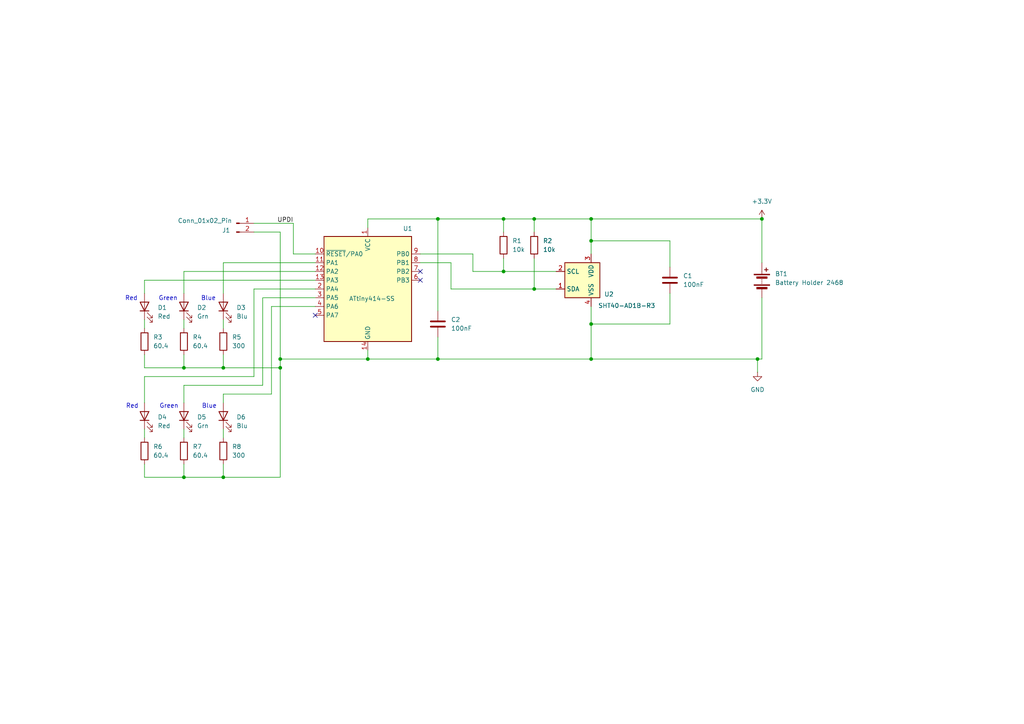
<source format=kicad_sch>
(kicad_sch (version 20231120) (generator "eeschema") (generator_version "8.0")
  (paper "A4")
  (title_block (title "Temp and Humidity Sensor") (date "2024-03-03") (rev "1"))
  (lib_symbols
    (symbol "Connector:Conn_01x02_Pin" (pin_names (offset 1.016) hide)
      (property "Reference" "J" (at 0 2.54 0))
      (property "Value" "Conn_01x02_Pin" (at 0 -5.08 0))
      (symbol "Conn_01x02_Pin_1_1"
        (polyline (pts (xy 1.27 -2.54) (xy 0.8636 -2.54)) (stroke (width 0.1524)))
        (polyline (pts (xy 1.27 0) (xy 0.8636 0)) (stroke (width 0.1524)))
        (rectangle (start 0.8636 -2.413) (end 0 -2.667) (stroke (width 0.1524)) (fill (type outline)))
        (rectangle (start 0.8636 0.127) (end 0 -0.127) (stroke (width 0.1524)) (fill (type outline)))
        (pin passive line (at 5.08 0 180) (length 3.81) (name "Pin_1") (number "1"))
        (pin passive line (at 5.08 -2.54 180) (length 3.81) (name "Pin_2") (number "2"))
      )
    )
    (symbol "Device:Battery" (pin_numbers hide) (pin_names (offset 0) hide)
      (property "Reference" "BT" (at 2.54 2.54 0))
      (property "Value" "Battery" (at 2.54 0 0))
      (symbol "Battery_0_1"
        (rectangle (start -2.286 -1.27) (end 2.286 -1.524) (fill (type outline)))
        (rectangle (start -2.286 1.778) (end 2.286 1.524) (fill (type outline)))
        (rectangle (start -1.524 -2.032) (end 1.524 -2.54) (fill (type outline)))
        (rectangle (start -1.524 1.016) (end 1.524 0.508) (fill (type outline)))
        (polyline (pts (xy 0 -1.016) (xy 0 -0.762)))
        (polyline (pts (xy 0 -0.508) (xy 0 -0.254)))
        (polyline (pts (xy 0 0) (xy 0 0.254)))
        (polyline (pts (xy 0 1.778) (xy 0 2.54)))
        (polyline (pts (xy 0.762 3.048) (xy 1.778 3.048)) (stroke (width 0.254)))
        (polyline (pts (xy 1.27 3.556) (xy 1.27 2.54)) (stroke (width 0.254)))
      )
      (symbol "Battery_1_1"
        (pin passive line (at 0 5.08 270) (length 2.54) (name "+") (number "1"))
        (pin passive line (at 0 -5.08 90) (length 2.54) (name "-") (number "2"))
      )
    )
    (symbol "Device:C" (pin_numbers hide) (pin_names (offset 0.254))
      (property "Reference" "C" (at 0.635 2.54 0))
      (property "Value" "C" (at 0.635 -2.54 0))
      (symbol "C_0_1"
        (polyline (pts (xy -2.032 -0.762) (xy 2.032 -0.762)) (stroke (width 0.508)))
        (polyline (pts (xy -2.032 0.762) (xy 2.032 0.762)) (stroke (width 0.508)))
      )
      (symbol "C_1_1"
        (pin passive line (at 0 3.81 270) (length 2.794) (name "~") (number "1"))
        (pin passive line (at 0 -3.81 90) (length 2.794) (name "~") (number "2"))
      )
    )
    (symbol "Device:LED" (pin_numbers hide) (pin_names (offset 1.016) hide)
      (property "Reference" "D" (at 0 2.54 0))
      (property "Value" "LED" (at 0 -2.54 0))
      (symbol "LED_0_1"
        (polyline (pts (xy -1.27 -1.27) (xy -1.27 1.27)) (stroke (width 0.254)))
        (polyline (pts (xy -1.27 0) (xy 1.27 0)))
        (polyline (pts (xy 1.27 -1.27) (xy 1.27 1.27) (xy -1.27 0) (xy 1.27 -1.27)) (stroke (width 0.254)))
        (polyline (pts (xy -3.048 -0.762) (xy -4.572 -2.286) (xy -3.81 -2.286) (xy -4.572 -2.286) (xy -4.572 -1.524)))
        (polyline (pts (xy -1.778 -0.762) (xy -3.302 -2.286) (xy -2.54 -2.286) (xy -3.302 -2.286) (xy -3.302 -1.524)))
      )
      (symbol "LED_1_1"
        (pin passive line (at -3.81 0 0) (length 2.54) (name "K") (number "1"))
        (pin passive line (at 3.81 0 180) (length 2.54) (name "A") (number "2"))
      )
    )
    (symbol "Device:R" (pin_numbers hide) (pin_names (offset 0))
      (property "Reference" "R" (at 2.032 0 90))
      (property "Value" "R" (at 0 0 90))
      (symbol "R_0_1"
        (rectangle (start -1.016 -2.54) (end 1.016 2.54) (stroke (width 0.254)))
      )
      (symbol "R_1_1"
        (pin passive line (at 0 3.81 270) (length 1.27) (name "~") (number "1"))
        (pin passive line (at 0 -3.81 90) (length 1.27) (name "~") (number "2"))
      )
    )
    (symbol "MCU_Microchip_ATtiny:ATtiny414-SS"
      (property "Reference" "U" (at -12.7 16.51 0))
      (property "Value" "ATtiny414-SS" (at 2.54 -16.51 0))
      (symbol "ATtiny414-SS_0_1"
        (rectangle (start -12.7 -15.24) (end 12.7 15.24) (stroke (width 0.254)) (fill (type background)))
      )
      (symbol "ATtiny414-SS_1_1"
        (pin power_in line (at 0 17.78 270) (length 2.54) (name "VCC") (number "1"))
        (pin bidirectional line (at 15.24 10.16 180) (length 2.54) (name "~{RESET}/PA0") (number "10"))
        (pin bidirectional line (at 15.24 7.62 180) (length 2.54) (name "PA1") (number "11"))
        (pin bidirectional line (at 15.24 5.08 180) (length 2.54) (name "PA2") (number "12"))
        (pin bidirectional line (at 15.24 2.54 180) (length 2.54) (name "PA3") (number "13"))
        (pin power_in line (at 0 -17.78 90) (length 2.54) (name "GND") (number "14"))
        (pin bidirectional line (at 15.24 0 180) (length 2.54) (name "PA4") (number "2"))
        (pin bidirectional line (at 15.24 -2.54 180) (length 2.54) (name "PA5") (number "3"))
        (pin bidirectional line (at 15.24 -5.08 180) (length 2.54) (name "PA6") (number "4"))
        (pin bidirectional line (at 15.24 -7.62 180) (length 2.54) (name "PA7") (number "5"))
        (pin bidirectional line (at -15.24 2.54 0) (length 2.54) (name "PB3") (number "6"))
        (pin bidirectional line (at -15.24 5.08 0) (length 2.54) (name "PB2") (number "7"))
        (pin bidirectional line (at -15.24 7.62 0) (length 2.54) (name "PB1") (number "8"))
        (pin bidirectional line (at -15.24 10.16 0) (length 2.54) (name "PB0") (number "9"))
      )
    )
    (symbol "Sensor_Humidity:SHT4x"
      (property "Reference" "U" (at 0 8.89 0))
      (property "Value" "SHT4x" (at 0 6.35 0))
      (symbol "SHT4x_1_1"
        (rectangle (start -5.08 5.08) (end 5.08 -5.08) (stroke (width 0.254)) (fill (type background)))
        (pin bidirectional line (at -7.62 -2.54 0) (length 2.54) (name "SDA") (number "1"))
        (pin input line (at -7.62 2.54 0) (length 2.54) (name "SCL") (number "2"))
        (pin power_in line (at 2.54 7.62 270) (length 2.54) (name "VDD") (number "3"))
        (pin power_in line (at 2.54 -7.62 90) (length 2.54) (name "VSS") (number "4"))
      )
    )
    (symbol "power:+3.3V" (power) (pin_numbers hide) (pin_names (offset 0) hide)
      (property "Value" "+3.3V" (at 0 3.556 0))
      (symbol "+3.3V_0_1"
        (polyline (pts (xy -0.762 1.27) (xy 0 2.54)))
        (polyline (pts (xy 0 0) (xy 0 2.54)))
        (polyline (pts (xy 0 2.54) (xy 0.762 1.27)))
      )
      (symbol "+3.3V_1_1"
        (pin power_in line (at 0 0 90) (length 0) (name "~") (number "1"))
      )
    )
    (symbol "power:GND" (power) (pin_numbers hide) (pin_names (offset 0) hide)
      (property "Value" "GND" (at 0 -3.81 0))
      (symbol "GND_0_1"
        (polyline (pts (xy 0 0) (xy 0 -1.27) (xy 1.27 -1.27) (xy 0 -2.54) (xy -1.27 -1.27) (xy 0 -1.27)))
      )
      (symbol "GND_1_1"
        (pin power_in line (at 0 0 270) (length 0) (name "~") (number "1"))
      )
    )
  )
  (junction (at 81.28 106.68))
  (junction (at 64.77 106.68))
  (junction (at 154.94 63.5))
  (junction (at 53.34 106.68))
  (junction (at 64.77 138.43))
  (junction (at 171.45 63.5))
  (junction (at 154.94 83.82))
  (junction (at 106.68 104.14))
  (junction (at 220.98 63.5))
  (junction (at 171.45 104.14))
  (junction (at 81.28 104.14))
  (junction (at 171.45 69.85))
  (junction (at 219.71 104.14))
  (junction (at 127 104.14))
  (junction (at 146.05 63.5))
  (junction (at 127 63.5))
  (junction (at 146.05 78.74))
  (junction (at 53.34 138.43))
  (junction (at 171.45 93.98))
  (no_connect (at 121.92 81.28))
  (no_connect (at 121.92 78.74))
  (no_connect (at 91.44 91.44))
  (wire (pts (xy 106.68 104.14) (xy 106.68 101.6)))
  (wire (pts (xy 64.77 106.68) (xy 81.28 106.68)))
  (wire (pts (xy 78.74 88.9) (xy 91.44 88.9)))
  (wire (pts (xy 53.34 106.68) (xy 64.77 106.68)))
  (wire (pts (xy 146.05 74.93) (xy 146.05 78.74)))
  (wire (pts (xy 41.91 92.71) (xy 41.91 95.25)))
  (wire (pts (xy 219.71 104.14) (xy 219.71 107.95)))
  (wire (pts (xy 146.05 63.5) (xy 127 63.5)))
  (wire (pts (xy 194.31 93.98) (xy 194.31 85.09)))
  (wire (pts (xy 53.34 102.87) (xy 53.34 106.68)))
  (wire (pts (xy 194.31 69.85) (xy 194.31 77.47)))
  (wire (pts (xy 64.77 124.46) (xy 64.77 127)))
  (wire (pts (xy 53.34 124.46) (xy 53.34 127)))
  (wire (pts (xy 64.77 76.2) (xy 91.44 76.2)))
  (wire (pts (xy 53.34 134.62) (xy 53.34 138.43)))
  (wire (pts (xy 53.34 111.76) (xy 53.34 116.84)))
  (wire (pts (xy 41.91 124.46) (xy 41.91 127)))
  (wire (pts (xy 41.91 106.68) (xy 53.34 106.68)))
  (wire (pts (xy 91.44 86.36) (xy 76.2 86.36)))
  (wire (pts (xy 130.81 76.2) (xy 130.81 83.82)))
  (wire (pts (xy 220.98 86.36) (xy 220.98 104.14)))
  (wire (pts (xy 171.45 104.14) (xy 219.71 104.14)))
  (wire (pts (xy 64.77 116.84) (xy 64.77 114.3)))
  (wire (pts (xy 76.2 111.76) (xy 53.34 111.76)))
  (wire (pts (xy 41.91 109.22) (xy 73.66 109.22)))
  (wire (pts (xy 41.91 81.28) (xy 91.44 81.28)))
  (wire (pts (xy 76.2 86.36) (xy 76.2 111.76)))
  (wire (pts (xy 78.74 114.3) (xy 78.74 88.9)))
  (wire (pts (xy 41.91 85.09) (xy 41.91 81.28)))
  (wire (pts (xy 171.45 63.5) (xy 154.94 63.5)))
  (wire (pts (xy 219.71 104.14) (xy 220.98 104.14)))
  (wire (pts (xy 137.16 78.74) (xy 146.05 78.74)))
  (wire (pts (xy 73.66 64.77) (xy 85.09 64.77)))
  (wire (pts (xy 73.66 83.82) (xy 91.44 83.82)))
  (wire (pts (xy 171.45 69.85) (xy 171.45 63.5)))
  (wire (pts (xy 171.45 93.98) (xy 171.45 104.14)))
  (wire (pts (xy 154.94 63.5) (xy 146.05 63.5)))
  (wire (pts (xy 146.05 78.74) (xy 161.29 78.74)))
  (wire (pts (xy 220.98 76.2) (xy 220.98 63.5)))
  (wire (pts (xy 171.45 88.9) (xy 171.45 93.98)))
  (wire (pts (xy 121.92 76.2) (xy 130.81 76.2)))
  (wire (pts (xy 64.77 92.71) (xy 64.77 95.25)))
  (wire (pts (xy 127 63.5) (xy 127 90.17)))
  (wire (pts (xy 154.94 74.93) (xy 154.94 83.82)))
  (wire (pts (xy 53.34 78.74) (xy 91.44 78.74)))
  (wire (pts (xy 64.77 76.2) (xy 64.77 85.09)))
  (wire (pts (xy 171.45 73.66) (xy 171.45 69.85)))
  (wire (pts (xy 73.66 109.22) (xy 73.66 83.82)))
  (wire (pts (xy 64.77 138.43) (xy 81.28 138.43)))
  (wire (pts (xy 53.34 78.74) (xy 53.34 85.09)))
  (wire (pts (xy 127 97.79) (xy 127 104.14)))
  (wire (pts (xy 53.34 138.43) (xy 64.77 138.43)))
  (wire (pts (xy 81.28 106.68) (xy 81.28 104.14)))
  (wire (pts (xy 127 104.14) (xy 171.45 104.14)))
  (wire (pts (xy 171.45 93.98) (xy 194.31 93.98)))
  (wire (pts (xy 64.77 102.87) (xy 64.77 106.68)))
  (wire (pts (xy 53.34 92.71) (xy 53.34 95.25)))
  (wire (pts (xy 171.45 63.5) (xy 220.98 63.5)))
  (wire (pts (xy 41.91 116.84) (xy 41.91 109.22)))
  (wire (pts (xy 41.91 102.87) (xy 41.91 106.68)))
  (wire (pts (xy 41.91 138.43) (xy 53.34 138.43)))
  (wire (pts (xy 130.81 83.82) (xy 154.94 83.82)))
  (wire (pts (xy 161.29 83.82) (xy 154.94 83.82)))
  (wire (pts (xy 73.66 67.31) (xy 81.28 67.31)))
  (wire (pts (xy 121.92 73.66) (xy 137.16 73.66)))
  (wire (pts (xy 127 63.5) (xy 106.68 63.5)))
  (wire (pts (xy 106.68 63.5) (xy 106.68 66.04)))
  (wire (pts (xy 41.91 134.62) (xy 41.91 138.43)))
  (wire (pts (xy 154.94 63.5) (xy 154.94 67.31)))
  (wire (pts (xy 85.09 64.77) (xy 85.09 73.66)))
  (wire (pts (xy 64.77 134.62) (xy 64.77 138.43)))
  (wire (pts (xy 81.28 104.14) (xy 106.68 104.14)))
  (wire (pts (xy 106.68 104.14) (xy 127 104.14)))
  (wire (pts (xy 171.45 69.85) (xy 194.31 69.85)))
  (wire (pts (xy 81.28 106.68) (xy 81.28 138.43)))
  (wire (pts (xy 146.05 63.5) (xy 146.05 67.31)))
  (wire (pts (xy 81.28 67.31) (xy 81.28 104.14)))
  (wire (pts (xy 64.77 114.3) (xy 78.74 114.3)))
  (wire (pts (xy 85.09 73.66) (xy 91.44 73.66)))
  (wire (pts (xy 137.16 73.66) (xy 137.16 78.74)))
  (text "Blue" (at 60.706 117.856 0) (effects (font (size 1.27 1.27))))
  (text "Red" (at 38.354 117.856 0) (effects (font (size 1.27 1.27))))
  (text "Red" (at 38.1 86.614 0) (effects (font (size 1.27 1.27))))
  (text "Green" (at 49.022 117.856 0) (effects (font (size 1.27 1.27))))
  (text "Green" (at 48.768 86.614 0) (effects (font (size 1.27 1.27))))
  (text "Blue" (at 60.452 86.614 0) (effects (font (size 1.27 1.27))))
  (label "UPDI" (at 85.09 64.77 180))
  (symbol (lib_id "Device:R") (at 64.77 99.06 0) (unit 1)
    (property "Reference" "R5" (at 67.31 97.7899 0) (effects (justify left)))
    (property "Value" "300" (at 67.31 100.3299 0) (effects (justify left)))
    (property "Footprint" "Resistor_SMD:R_1206_3216Metric_Pad1.30x1.75mm_HandSolder" (effects (hide yes)))
    (property "Datasheet" "https://www.digikey.com/en/products/detail/stackpole-electronics-inc/RMCF1206FT300R/1758983" (effects (hide yes)))
    (property "Description" "Resistor" (effects (hide yes)))
  )
  (symbol (lib_id "Device:LED") (at 64.77 120.65 90) (unit 1)
    (property "Reference" "D6" (at 68.58 120.9674 90) (effects (justify right)))
    (property "Value" "Blu" (at 68.58 123.5074 90) (effects (justify right)))
    (property "Footprint" "LED_SMD:LED_1206_3216Metric_Pad1.42x1.75mm_HandSolder" (effects (hide yes)))
    (property "Datasheet" "https://www.digikey.com/en/products/detail/kingbright/APT3216LVBC-D/5177444" (effects (hide yes)))
    (property "Description" "Light emitting diode" (effects (hide yes)))
  )
  (symbol (lib_id "Device:LED") (at 64.77 88.9 90) (unit 1)
    (property "Reference" "D3" (at 68.58 89.2174 90) (effects (justify right)))
    (property "Value" "Blu" (at 68.58 91.7574 90) (effects (justify right)))
    (property "Footprint" "LED_SMD:LED_1206_3216Metric_Pad1.42x1.75mm_HandSolder" (effects (hide yes)))
    (property "Datasheet" "https://www.digikey.com/en/products/detail/kingbright/APT3216LVBC-D/5177444" (effects (hide yes)))
    (property "Description" "Light emitting diode" (effects (hide yes)))
  )
  (symbol (lib_id "Device:C") (at 127 93.98 0) (unit 1)
    (property "Reference" "C2" (at 130.81 92.7099 0) (effects (justify left)))
    (property "Value" "100nF" (at 130.81 95.2499 0) (effects (justify left)))
    (property "Footprint" "Capacitor_SMD:C_1206_3216Metric_Pad1.33x1.80mm_HandSolder" (effects (hide yes)))
    (property "Datasheet" "https://www.digikey.com/en/products/detail/kemet/C1206C104K5RAC7800/411248" (effects (hide yes)))
    (property "Description" "Unpolarized capacitor" (effects (hide yes)))
  )
  (symbol (lib_id "Connector:Conn_01x02_Pin") (at 68.58 64.77 0) (unit 1)
    (property "Reference" "J1" (at 66.802 66.802 0) (effects (justify right)))
    (property "Value" "Conn_01x02_Pin" (at 67.31 64.008 0) (effects (justify right)))
    (property "Footprint" "Connector_PinHeader_2.54mm:PinHeader_1x02_P2.54mm_Vertical" (effects (hide yes)))
    (property "Datasheet" "https://www.digikey.com/en/products/detail/te-connectivity-amp-connectors/5-146280-2/2275896?utm_adgroup=&utm_source=google&utm_medium=cpc&utm_campaign=Pmax_Shopping_DK%2B%20Supplier_GEM%20Suppliers&utm_term=&utm_content=&utm_id=go_cmp-20940607809_adg-_ad-__dev-c_ext-_prd-2275896_sig-CjwKCAiA3JCvBhA8EiwA4kujZnKHXnBXkOPeSXi3LM9Mo3TlabGwwTN-fuG9F2MUjrCtR2T8J_jrMxoC0e4QAvD_BwE&gad_source=1&gclid=CjwKCAiA3JCvBhA8EiwA4kujZnKHXnBXkOPeSXi3LM9Mo3TlabGwwTN-fuG9F2MUjrCtR2T8J_jrMxoC0e4QAvD_BwE" (effects (hide yes)))
    (property "Description" "Generic connector, single row, 01x02, script generated" (effects (hide yes)))
  )
  (symbol (lib_id "Device:R") (at 53.34 130.81 0) (unit 1)
    (property "Reference" "R7" (at 55.88 129.5399 0) (effects (justify left)))
    (property "Value" "60.4" (at 55.88 132.0799 0) (effects (justify left)))
    (property "Footprint" "Resistor_SMD:R_1206_3216Metric_Pad1.30x1.75mm_HandSolder" (effects (hide yes)))
    (property "Datasheet" "https://www.digikey.com/en/products/detail/yageo/RC1206FR-0760R4L/729036" (effects (hide yes)))
    (property "Description" "Resistor" (effects (hide yes)))
  )
  (symbol (lib_id "Device:R") (at 53.34 99.06 0) (unit 1)
    (property "Reference" "R4" (at 55.88 97.7899 0) (effects (justify left)))
    (property "Value" "60.4" (at 55.88 100.3299 0) (effects (justify left)))
    (property "Footprint" "Resistor_SMD:R_1206_3216Metric_Pad1.30x1.75mm_HandSolder" (effects (hide yes)))
    (property "Datasheet" "https://www.digikey.com/en/products/detail/yageo/RC1206FR-0760R4L/729036" (effects (hide yes)))
    (property "Description" "Resistor" (effects (hide yes)))
  )
  (symbol (lib_id "Device:C") (at 194.31 81.28 0) (unit 1)
    (property "Reference" "C1" (at 198.12 80.0099 0) (effects (justify left)))
    (property "Value" "100nF" (at 198.12 82.5499 0) (effects (justify left)))
    (property "Footprint" "Capacitor_SMD:C_1206_3216Metric_Pad1.33x1.80mm_HandSolder" (effects (hide yes)))
    (property "Datasheet" "https://www.digikey.com/en/products/detail/kemet/C1206C104K5RAC7800/411248" (effects (hide yes)))
    (property "Description" "Unpolarized capacitor" (effects (hide yes)))
  )
  (symbol (lib_id "Device:Battery") (at 220.98 81.28 0) (unit 1)
    (property "Reference" "BT1" (at 224.79 79.4384 0) (effects (justify left)))
    (property "Value" "Battery Holder 2468" (at 224.79 81.9784 0) (effects (justify left)))
    (property "Footprint" "Battery:BatteryHolder_Keystone_2468_2xAAA" (effects (hide yes)))
    (property "Datasheet" "https://www.keyelco.com/userAssets/file/M65p28.pdf" (effects (hide yes)))
    (property "Description" "Multiple-cell battery" (effects (hide yes)))
  )
  (symbol (lib_id "Sensor_Humidity:SHT4x") (at 168.91 81.28 0) (unit 1)
    (property "Reference" "U2" (at 175.26 85.344 0) (effects (justify left)))
    (property "Value" "SHT40-AD1B-R3" (at 173.482 88.646 0) (effects (justify left)))
    (property "Footprint" "Sensor_Humidity:Sensirion_DFN-4_1.5x1.5mm_P0.8mm_SHT4x_NoCentralPad" (effects (hide yes)))
    (property "Datasheet" "https://sensirion.com/media/documents/33FD6951/624C4357/Datasheet_SHT4x.pdf" (effects (hide yes)))
    (property "Description" "Digital Humidity and Temperature Sensor, +/-1%RH, +/-0.1degC, I2C, 1.08-3.6V, 16bit, DFN-4" (effects (hide yes)))
  )
  (symbol (lib_id "MCU_Microchip_ATtiny:ATtiny414-SS") (at 106.68 83.82 0) (mirror y) (unit 1)
    (property "Reference" "U1" (at 119.634 66.294 0) (effects (justify left)))
    (property "Value" "ATtiny414-SS" (at 114.554 86.614 0) (effects (justify left)))
    (property "Footprint" "Package_SO:SOIC-14_3.9x8.7mm_P1.27mm" (effects (hide yes)))
    (property "Datasheet" "http://ww1.microchip.com/downloads/en/DeviceDoc/40001912A.pdf" (effects (hide yes)))
    (property "Description" "20MHz, 4kB Flash, 256B SRAM, 128B EEPROM, SOIC-14" (effects (hide yes)))
  )
  (symbol (lib_id "Device:LED") (at 41.91 120.65 90) (unit 1)
    (property "Reference" "D4" (at 45.72 120.9674 90) (effects (justify right)))
    (property "Value" "Red" (at 45.72 123.5074 90) (effects (justify right)))
    (property "Footprint" "LED_SMD:LED_1206_3216Metric_Pad1.42x1.75mm_HandSolder" (effects (hide yes)))
    (property "Datasheet" "https://www.digikey.com/en/products/detail/liteon/LTST-C230KRKT/386857" (effects (hide yes)))
    (property "Description" "Light emitting diode" (effects (hide yes)))
  )
  (symbol (lib_id "Device:R") (at 41.91 130.81 0) (unit 1)
    (property "Reference" "R6" (at 44.45 129.5399 0) (effects (justify left)))
    (property "Value" "60.4" (at 44.45 132.0799 0) (effects (justify left)))
    (property "Footprint" "Resistor_SMD:R_1206_3216Metric_Pad1.30x1.75mm_HandSolder" (effects (hide yes)))
    (property "Datasheet" "https://www.digikey.com/en/products/detail/yageo/RC1206FR-0760R4L/729036" (effects (hide yes)))
    (property "Description" "Resistor" (effects (hide yes)))
  )
  (symbol (lib_id "Device:R") (at 146.05 71.12 0) (unit 1)
    (property "Reference" "R1" (at 148.59 69.8499 0) (effects (justify left)))
    (property "Value" "10k" (at 148.59 72.3899 0) (effects (justify left)))
    (property "Footprint" "Resistor_SMD:R_1206_3216Metric_Pad1.30x1.75mm_HandSolder" (effects (hide yes)))
    (property "Datasheet" "https://www.digikey.com/en/products/detail/yageo/RC1206FR-0710KL/728483" (effects (hide yes)))
    (property "Description" "Resistor" (effects (hide yes)))
  )
  (symbol (lib_id "Device:LED") (at 41.91 88.9 90) (unit 1)
    (property "Reference" "D1" (at 45.72 89.2174 90) (effects (justify right)))
    (property "Value" "Red" (at 45.72 91.7574 90) (effects (justify right)))
    (property "Footprint" "LED_SMD:LED_1206_3216Metric_Pad1.42x1.75mm_HandSolder" (effects (hide yes)))
    (property "Datasheet" "https://www.digikey.com/en/products/detail/liteon/LTST-C230KRKT/386857" (effects (hide yes)))
    (property "Description" "Light emitting diode" (effects (hide yes)))
  )
  (symbol (lib_id "Device:R") (at 41.91 99.06 0) (unit 1)
    (property "Reference" "R3" (at 44.45 97.7899 0) (effects (justify left)))
    (property "Value" "60.4" (at 44.45 100.3299 0) (effects (justify left)))
    (property "Footprint" "Resistor_SMD:R_1206_3216Metric_Pad1.30x1.75mm_HandSolder" (effects (hide yes)))
    (property "Datasheet" "https://www.digikey.com/en/products/detail/yageo/RC1206FR-0760R4L/729036" (effects (hide yes)))
    (property "Description" "Resistor" (effects (hide yes)))
  )
  (symbol (lib_id "power:GND") (at 219.71 107.95 0) (unit 1)
    (property "Reference" "#PWR01" (effects (hide yes)))
    (property "Value" "GND" (at 219.71 113.03 0))
    (property "Description" "Power symbol creates a global label with name \"GND\" , ground" (effects (hide yes)))
  )
  (symbol (lib_id "Device:LED") (at 53.34 88.9 90) (unit 1)
    (property "Reference" "D2" (at 57.15 89.2174 90) (effects (justify right)))
    (property "Value" "Grn" (at 57.15 91.7574 90) (effects (justify right)))
    (property "Footprint" "LED_SMD:LED_1206_3216Metric_Pad1.42x1.75mm_HandSolder" (effects (hide yes)))
    (property "Datasheet" "https://www.digikey.com/en/products/detail/kingbright/APT3216CGCK/1747535" (effects (hide yes)))
    (property "Description" "Light emitting diode" (effects (hide yes)))
  )
  (symbol (lib_id "power:+3.3V") (at 220.98 63.5 0) (unit 1)
    (property "Reference" "#PWR02" (effects (hide yes)))
    (property "Value" "+3.3V" (at 220.98 58.42 0))
    (property "Description" "Power symbol creates a global label with name \"+3.3V\"" (effects (hide yes)))
  )
  (symbol (lib_id "Device:R") (at 154.94 71.12 0) (unit 1)
    (property "Reference" "R2" (at 157.48 69.8499 0) (effects (justify left)))
    (property "Value" "10k" (at 157.48 72.3899 0) (effects (justify left)))
    (property "Footprint" "Resistor_SMD:R_1206_3216Metric_Pad1.30x1.75mm_HandSolder" (effects (hide yes)))
    (property "Datasheet" "https://www.digikey.com/en/products/detail/yageo/RC1206FR-0710KL/728483" (effects (hide yes)))
    (property "Description" "Resistor" (effects (hide yes)))
  )
  (symbol (lib_id "Device:LED") (at 53.34 120.65 90) (unit 1)
    (property "Reference" "D5" (at 57.15 120.9674 90) (effects (justify right)))
    (property "Value" "Grn" (at 57.15 123.5074 90) (effects (justify right)))
    (property "Footprint" "LED_SMD:LED_1206_3216Metric_Pad1.42x1.75mm_HandSolder" (effects (hide yes)))
    (property "Datasheet" "https://www.digikey.com/en/products/detail/kingbright/APT3216CGCK/1747535" (effects (hide yes)))
    (property "Description" "Light emitting diode" (effects (hide yes)))
  )
  (symbol (lib_id "Device:R") (at 64.77 130.81 0) (unit 1)
    (property "Reference" "R8" (at 67.31 129.5399 0) (effects (justify left)))
    (property "Value" "300" (at 67.31 132.0799 0) (effects (justify left)))
    (property "Footprint" "Resistor_SMD:R_1206_3216Metric_Pad1.30x1.75mm_HandSolder" (effects (hide yes)))
    (property "Datasheet" "https://www.digikey.com/en/products/detail/stackpole-electronics-inc/RMCF1206FT300R/1758983" (effects (hide yes)))
    (property "Description" "Resistor" (effects (hide yes)))
  )
)
</source>
